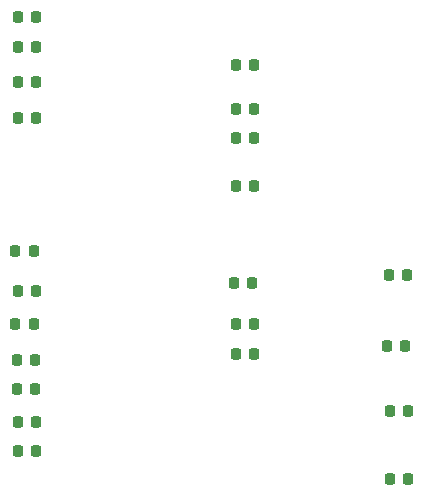
<source format=gbr>
%TF.GenerationSoftware,KiCad,Pcbnew,7.0.2*%
%TF.CreationDate,2023-07-25T22:56:35+09:00*%
%TF.ProjectId,bluepill_yoke,626c7565-7069-46c6-9c5f-796f6b652e6b,rev?*%
%TF.SameCoordinates,Original*%
%TF.FileFunction,Paste,Top*%
%TF.FilePolarity,Positive*%
%FSLAX46Y46*%
G04 Gerber Fmt 4.6, Leading zero omitted, Abs format (unit mm)*
G04 Created by KiCad (PCBNEW 7.0.2) date 2023-07-25 22:56:35*
%MOMM*%
%LPD*%
G01*
G04 APERTURE LIST*
G04 Aperture macros list*
%AMRoundRect*
0 Rectangle with rounded corners*
0 $1 Rounding radius*
0 $2 $3 $4 $5 $6 $7 $8 $9 X,Y pos of 4 corners*
0 Add a 4 corners polygon primitive as box body*
4,1,4,$2,$3,$4,$5,$6,$7,$8,$9,$2,$3,0*
0 Add four circle primitives for the rounded corners*
1,1,$1+$1,$2,$3*
1,1,$1+$1,$4,$5*
1,1,$1+$1,$6,$7*
1,1,$1+$1,$8,$9*
0 Add four rect primitives between the rounded corners*
20,1,$1+$1,$2,$3,$4,$5,0*
20,1,$1+$1,$4,$5,$6,$7,0*
20,1,$1+$1,$6,$7,$8,$9,0*
20,1,$1+$1,$8,$9,$2,$3,0*%
G04 Aperture macros list end*
%ADD10RoundRect,0.225000X0.225000X0.250000X-0.225000X0.250000X-0.225000X-0.250000X0.225000X-0.250000X0*%
%ADD11RoundRect,0.225000X-0.225000X-0.250000X0.225000X-0.250000X0.225000X0.250000X-0.225000X0.250000X0*%
G04 APERTURE END LIST*
D10*
%TO.C,C9*%
X89525000Y-84750000D03*
X91075000Y-84750000D03*
%TD*%
D11*
%TO.C,C4*%
X122675000Y-80600000D03*
X121125000Y-80600000D03*
%TD*%
D10*
%TO.C,C8*%
X89725000Y-81900000D03*
X91275000Y-81900000D03*
%TD*%
%TO.C,C19*%
X89750000Y-67250000D03*
X91300000Y-67250000D03*
%TD*%
D11*
%TO.C,C22*%
X109575000Y-81200000D03*
X108025000Y-81200000D03*
%TD*%
%TO.C,C6*%
X109725000Y-69000000D03*
X108175000Y-69000000D03*
%TD*%
%TO.C,C21*%
X109725000Y-84750000D03*
X108175000Y-84750000D03*
%TD*%
D10*
%TO.C,C16*%
X89750000Y-58750000D03*
X91300000Y-58750000D03*
%TD*%
%TO.C,C13*%
X89725000Y-95500000D03*
X91275000Y-95500000D03*
%TD*%
D11*
%TO.C,C20*%
X109725000Y-87250000D03*
X108175000Y-87250000D03*
%TD*%
%TO.C,C14*%
X109750000Y-66500000D03*
X108200000Y-66500000D03*
%TD*%
D10*
%TO.C,C10*%
X89625000Y-87800000D03*
X91175000Y-87800000D03*
%TD*%
%TO.C,C7*%
X89525000Y-78500000D03*
X91075000Y-78500000D03*
%TD*%
%TO.C,C18*%
X89750000Y-64250000D03*
X91300000Y-64250000D03*
%TD*%
D11*
%TO.C,C3*%
X122525000Y-86600000D03*
X120975000Y-86600000D03*
%TD*%
D10*
%TO.C,C11*%
X89625000Y-90250000D03*
X91175000Y-90250000D03*
%TD*%
D11*
%TO.C,C5*%
X109725000Y-73000000D03*
X108175000Y-73000000D03*
%TD*%
D10*
%TO.C,C17*%
X89750000Y-61250000D03*
X91300000Y-61250000D03*
%TD*%
D11*
%TO.C,C1*%
X122775000Y-97800000D03*
X121225000Y-97800000D03*
%TD*%
%TO.C,C15*%
X109725000Y-62750000D03*
X108175000Y-62750000D03*
%TD*%
%TO.C,C2*%
X122775000Y-92100000D03*
X121225000Y-92100000D03*
%TD*%
D10*
%TO.C,C12*%
X89725000Y-93000000D03*
X91275000Y-93000000D03*
%TD*%
M02*

</source>
